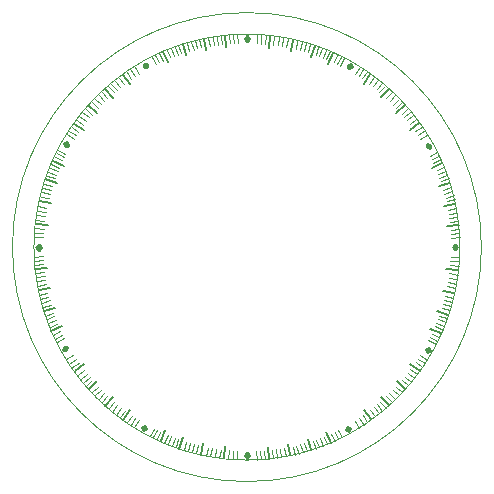
<source format=gbr>
G04 #@! TF.GenerationSoftware,KiCad,Pcbnew,5.1.4-1.fc30*
G04 #@! TF.CreationDate,2020-04-06T19:08:27+02:00*
G04 #@! TF.ProjectId,ring,72696e67-2e6b-4696-9361-645f70636258,v0.5.2*
G04 #@! TF.SameCoordinates,Original*
G04 #@! TF.FileFunction,Legend,Top*
G04 #@! TF.FilePolarity,Positive*
%FSLAX46Y46*%
G04 Gerber Fmt 4.6, Leading zero omitted, Abs format (unit mm)*
G04 Created by KiCad (PCBNEW 5.1.4-1.fc30) date 2020-04-06 19:08:27*
%MOMM*%
%LPD*%
G04 APERTURE LIST*
%ADD10C,0.250000*%
%ADD11C,0.150000*%
%ADD12C,0.100000*%
%ADD13C,0.120000*%
G04 APERTURE END LIST*
D10*
X150018928Y-37160200D02*
X149828452Y-37350676D01*
X149637976Y-37160200D01*
X149828452Y-36969723D01*
X150018928Y-37160200D01*
X149637976Y-37160200D01*
X167485400Y-54566471D02*
X167675876Y-54756947D01*
X167485400Y-54947423D01*
X167294923Y-54756947D01*
X167485400Y-54566471D01*
X167485400Y-54947423D01*
D11*
X181262416Y-47000897D02*
X182071433Y-47588682D01*
X174154600Y-52771729D02*
X174561336Y-53685274D01*
X178823798Y-49788115D02*
X179492928Y-50531260D01*
D12*
X179527239Y-49466250D02*
X180017004Y-49966381D01*
X168889202Y-54406143D02*
X168947776Y-55103688D01*
X179801950Y-49204239D02*
X180302081Y-49694004D01*
X173326518Y-53434294D02*
X173570519Y-54090391D01*
X169574511Y-54293230D02*
X169662244Y-54987710D01*
X173040658Y-53546347D02*
X173270865Y-54207410D01*
X170596262Y-54143942D02*
X170727429Y-54831543D01*
X174896298Y-52761657D02*
X175207543Y-53388656D01*
X176594621Y-51825429D02*
X176969700Y-52416459D01*
X177256674Y-51362869D02*
X177656173Y-51937673D01*
X168254739Y-54430711D02*
X168284052Y-55130097D01*
D11*
X170917144Y-53783904D02*
X171125056Y-54762052D01*
D12*
X171656348Y-53957781D02*
X171830431Y-54635790D01*
X171345288Y-54032400D02*
X171505134Y-54713905D01*
D10*
X176138914Y-52671720D02*
X175878718Y-52602001D01*
X175948438Y-52341806D01*
X176208633Y-52411525D01*
X176138914Y-52671720D01*
X175948438Y-52341806D01*
D12*
X181923441Y-46583559D02*
X182506486Y-46970933D01*
X175195189Y-52599568D02*
X175519496Y-53219911D01*
X178741783Y-50240184D02*
X179199177Y-50770081D01*
X168565616Y-54405658D02*
X168609569Y-55104276D01*
X178193203Y-50663530D02*
X178628006Y-51212115D01*
X173625127Y-53335070D02*
X173882814Y-53985914D01*
D11*
X177387397Y-50901316D02*
X177975182Y-51710333D01*
D12*
X181088130Y-47806703D02*
X181636715Y-48241506D01*
D11*
X169224013Y-54068597D02*
X169328541Y-55063119D01*
D12*
X176944659Y-51600441D02*
X177332033Y-52183486D01*
D11*
X180136515Y-48462698D02*
X180879660Y-49131828D01*
D12*
X172329373Y-53758148D02*
X172531695Y-54428272D01*
X174597469Y-52923871D02*
X174895515Y-53557250D01*
X177906343Y-50900765D02*
X178329562Y-51458336D01*
X181299965Y-47481743D02*
X181857536Y-47904962D01*
X170221789Y-54231667D02*
X170338528Y-54921865D01*
X182110329Y-46309721D02*
X182701359Y-46684800D01*
X181736669Y-46870174D02*
X182311473Y-47269673D01*
X180575884Y-48342583D02*
X181105781Y-48799977D01*
X184715611Y-37966739D02*
X185414997Y-37996052D01*
X184693958Y-38306116D02*
X185392576Y-38350069D01*
X184678343Y-38667802D02*
X185375888Y-38726376D01*
D10*
X182972820Y-45915714D02*
X182712625Y-45985433D01*
X182642906Y-45725238D01*
X182903101Y-45655518D01*
X182972820Y-45915714D01*
X182642906Y-45725238D01*
D12*
X184540930Y-39727540D02*
X185233421Y-39829798D01*
X184501327Y-40107069D02*
X185191525Y-40223808D01*
X184603530Y-39365811D02*
X185298010Y-39453544D01*
X184431382Y-40456142D02*
X185118983Y-40587309D01*
X184128381Y-41612748D02*
X184806390Y-41786831D01*
X184041198Y-41961942D02*
X184715412Y-42150185D01*
X184241100Y-41250888D02*
X184922605Y-41410734D01*
X183954148Y-42285773D02*
X184624272Y-42488095D01*
D11*
X184340797Y-38977213D02*
X185335319Y-39081741D01*
X184056104Y-40822744D02*
X185034252Y-41030656D01*
X183573060Y-42542306D02*
X184524116Y-42851323D01*
X182980429Y-44034800D02*
X183893974Y-44441536D01*
D12*
X180064059Y-48942326D02*
X180574337Y-49421509D01*
D11*
X172598606Y-53351660D02*
X172907623Y-54302716D01*
D12*
X173949186Y-53197876D02*
X174220447Y-53843180D01*
X183617594Y-43244818D02*
X184273691Y-43488819D01*
X183492970Y-43530727D02*
X184143814Y-43788414D01*
X183716947Y-42946258D02*
X184378010Y-43176465D01*
X183381176Y-43854786D02*
X184026480Y-44126047D01*
X182944957Y-44751098D02*
X183571956Y-45062343D01*
X182820968Y-45024589D02*
X183441311Y-45348896D01*
X183107171Y-44477669D02*
X183740550Y-44775715D01*
X180851004Y-48106349D02*
X181390363Y-48552545D01*
X169885440Y-54256030D02*
X169987698Y-54948521D01*
X171980142Y-53845198D02*
X172168385Y-54519412D01*
X178480149Y-50439104D02*
X178926345Y-50978463D01*
X179265326Y-49741059D02*
X179744509Y-50251337D01*
D11*
X157589102Y-50932416D02*
X157001317Y-51741433D01*
X151818270Y-43824600D02*
X150904725Y-44231336D01*
X154801884Y-48493798D02*
X154058739Y-49162928D01*
D12*
X155123749Y-49197239D02*
X154623618Y-49687004D01*
X150183856Y-38559202D02*
X149486311Y-38617776D01*
X155385760Y-49471950D02*
X154895995Y-49972081D01*
X151155705Y-42996518D02*
X150499608Y-43240519D01*
X150296769Y-39244511D02*
X149602289Y-39332244D01*
X151043652Y-42710658D02*
X150382589Y-42940865D01*
X150446057Y-40266262D02*
X149758456Y-40397429D01*
X151828342Y-44566298D02*
X151201343Y-44877543D01*
X152764570Y-46264621D02*
X152173540Y-46639700D01*
X153227130Y-46926674D02*
X152652326Y-47326173D01*
X150159288Y-37924739D02*
X149459902Y-37954052D01*
D11*
X150806095Y-40587144D02*
X149827947Y-40795056D01*
D12*
X150632218Y-41326348D02*
X149954209Y-41500431D01*
X150557599Y-41015288D02*
X149876094Y-41175134D01*
D10*
X151918279Y-45808914D02*
X151987998Y-45548718D01*
X152248193Y-45618438D01*
X152178474Y-45878633D01*
X151918279Y-45808914D01*
X152248193Y-45618438D01*
D12*
X158006440Y-51593441D02*
X157619066Y-52176486D01*
X151990431Y-44865189D02*
X151370088Y-45189496D01*
X154349815Y-48411783D02*
X153819918Y-48869177D01*
X150184341Y-38235616D02*
X149485723Y-38279569D01*
X153926469Y-47863203D02*
X153377884Y-48298006D01*
X151254929Y-43295127D02*
X150604085Y-43552814D01*
D11*
X153688683Y-47057397D02*
X152879666Y-47645182D01*
D12*
X156783296Y-50758130D02*
X156348493Y-51306715D01*
D11*
X150521402Y-38894013D02*
X149526880Y-38998541D01*
D12*
X152989558Y-46614659D02*
X152406513Y-47002033D01*
D11*
X156127301Y-49806515D02*
X155458171Y-50549660D01*
D12*
X150831851Y-41999373D02*
X150161727Y-42201695D01*
X151666128Y-44267469D02*
X151032749Y-44565515D01*
X153689234Y-47576343D02*
X153131663Y-47999562D01*
X157108256Y-50969965D02*
X156685037Y-51527536D01*
X150358332Y-39891789D02*
X149668134Y-40008528D01*
X158280278Y-51780329D02*
X157905199Y-52371359D01*
X157719825Y-51406669D02*
X157320326Y-51981473D01*
X156247416Y-50245884D02*
X155790022Y-50775781D01*
X166623260Y-54385611D02*
X166593947Y-55084997D01*
X166283883Y-54363958D02*
X166239930Y-55062576D01*
X165922197Y-54348343D02*
X165863623Y-55045888D01*
D10*
X158674285Y-52642820D02*
X158604566Y-52382625D01*
X158864761Y-52312906D01*
X158934481Y-52573101D01*
X158674285Y-52642820D01*
X158864761Y-52312906D01*
D12*
X164862459Y-54210930D02*
X164760201Y-54903421D01*
X164482930Y-54171327D02*
X164366191Y-54861525D01*
X165224188Y-54273530D02*
X165136455Y-54968010D01*
X164133857Y-54101382D02*
X164002690Y-54788983D01*
X162977251Y-53798381D02*
X162803168Y-54476390D01*
X162628057Y-53711198D02*
X162439814Y-54385412D01*
X163339111Y-53911100D02*
X163179265Y-54592605D01*
X162304226Y-53624148D02*
X162101904Y-54294272D01*
D11*
X165612786Y-54010797D02*
X165508258Y-55005319D01*
X163767255Y-53726104D02*
X163559343Y-54704252D01*
X162047693Y-53243060D02*
X161738676Y-54194116D01*
X160555199Y-52650429D02*
X160148463Y-53563974D01*
D12*
X155647673Y-49734059D02*
X155168490Y-50244337D01*
D11*
X151238339Y-42268606D02*
X150287283Y-42577623D01*
D12*
X151392123Y-43619186D02*
X150746819Y-43890447D01*
X161345181Y-53287594D02*
X161101180Y-53943691D01*
X161059272Y-53162970D02*
X160801585Y-53813814D01*
X161643741Y-53386947D02*
X161413534Y-54048010D01*
X160735213Y-53051176D02*
X160463952Y-53696480D01*
X159838901Y-52614957D02*
X159527656Y-53241956D01*
X159565410Y-52490968D02*
X159241103Y-53111311D01*
X160112330Y-52777171D02*
X159814284Y-53410550D01*
X156483650Y-50521004D02*
X156037454Y-51060363D01*
X150333969Y-39555440D02*
X149641478Y-39657698D01*
X150744801Y-41650142D02*
X150070587Y-41838385D01*
X154150895Y-48150149D02*
X153611536Y-48596345D01*
X154848940Y-48935326D02*
X154338662Y-49414509D01*
D11*
X153657583Y-27259102D02*
X152848566Y-26671317D01*
X160765399Y-21488270D02*
X160358663Y-20574725D01*
X156096201Y-24471884D02*
X155427071Y-23728739D01*
D12*
X155392760Y-24793749D02*
X154902995Y-24293618D01*
X166030797Y-19853856D02*
X165972223Y-19156311D01*
X155118049Y-25055760D02*
X154617918Y-24565995D01*
X161593481Y-20825705D02*
X161349480Y-20169608D01*
X165345488Y-19966769D02*
X165257755Y-19272289D01*
X161879341Y-20713652D02*
X161649134Y-20052589D01*
X164323737Y-20116057D02*
X164192570Y-19428456D01*
X160023701Y-21498342D02*
X159712456Y-20871343D01*
X158325378Y-22434570D02*
X157950299Y-21843540D01*
X157663325Y-22897130D02*
X157263826Y-22322326D01*
X166665260Y-19829288D02*
X166635947Y-19129902D01*
D11*
X164002855Y-20476095D02*
X163794943Y-19497947D01*
D12*
X163263651Y-20302218D02*
X163089568Y-19624209D01*
X163574711Y-20227599D02*
X163414865Y-19546094D01*
D10*
X158781085Y-21588279D02*
X159041281Y-21657998D01*
X158971561Y-21918193D01*
X158711366Y-21848474D01*
X158781085Y-21588279D01*
X158971561Y-21918193D01*
D12*
X152996558Y-27676440D02*
X152413513Y-27289066D01*
X159724810Y-21660431D02*
X159400503Y-21040088D01*
X156178216Y-24019815D02*
X155720822Y-23489918D01*
X166354383Y-19854341D02*
X166310430Y-19155723D01*
X156726796Y-23596469D02*
X156291993Y-23047884D01*
X161294872Y-20924929D02*
X161037185Y-20274085D01*
D11*
X157532602Y-23358683D02*
X156944817Y-22549666D01*
D12*
X153831869Y-26453296D02*
X153283284Y-26018493D01*
D11*
X165695986Y-20191402D02*
X165591458Y-19196880D01*
D12*
X157975340Y-22659558D02*
X157587966Y-22076513D01*
D11*
X154783484Y-25797301D02*
X154040339Y-25128171D01*
D12*
X162590626Y-20501851D02*
X162388304Y-19831727D01*
X160322530Y-21336128D02*
X160024484Y-20702749D01*
X157013656Y-23359234D02*
X156590437Y-22801663D01*
X153620034Y-26778256D02*
X153062463Y-26355037D01*
X164698210Y-20028332D02*
X164581471Y-19338134D01*
X152809670Y-27950278D02*
X152218640Y-27575199D01*
X153183330Y-27389825D02*
X152608526Y-26990326D01*
X154344115Y-25917416D02*
X153814218Y-25460022D01*
X150204388Y-36293260D02*
X149505002Y-36263947D01*
X150226041Y-35953883D02*
X149527423Y-35909930D01*
X150241656Y-35592197D02*
X149544111Y-35533623D01*
D10*
X151947179Y-28344285D02*
X152207374Y-28274566D01*
X152277093Y-28534761D01*
X152016898Y-28604481D01*
X151947179Y-28344285D01*
X152277093Y-28534761D01*
D12*
X150379069Y-34532459D02*
X149686578Y-34430201D01*
X150418672Y-34152930D02*
X149728474Y-34036191D01*
X150316469Y-34894188D02*
X149621989Y-34806455D01*
X150488617Y-33803857D02*
X149801016Y-33672690D01*
X150791618Y-32647251D02*
X150113609Y-32473168D01*
X150878801Y-32298057D02*
X150204587Y-32109814D01*
X150678899Y-33009111D02*
X149997394Y-32849265D01*
X150965851Y-31974226D02*
X150295727Y-31771904D01*
D11*
X150579202Y-35282786D02*
X149584680Y-35178258D01*
X150863895Y-33437255D02*
X149885747Y-33229343D01*
X151346939Y-31717693D02*
X150395883Y-31408676D01*
X151939570Y-30225199D02*
X151026025Y-29818463D01*
D12*
X154855940Y-25317673D02*
X154345662Y-24838490D01*
D11*
X162321393Y-20908339D02*
X162012376Y-19957283D01*
D12*
X160970813Y-21062123D02*
X160699552Y-20416819D01*
X151302405Y-31015181D02*
X150646308Y-30771180D01*
X151427029Y-30729272D02*
X150776185Y-30471585D01*
X151203052Y-31313741D02*
X150541989Y-31083534D01*
X151538823Y-30405213D02*
X150893519Y-30133952D01*
X151975042Y-29508901D02*
X151348043Y-29197656D01*
X152099031Y-29235410D02*
X151478688Y-28911103D01*
X151812828Y-29782330D02*
X151179449Y-29484284D01*
X154068995Y-26153650D02*
X153529636Y-25707454D01*
X165034559Y-20003969D02*
X164932301Y-19311478D01*
X162939857Y-20414801D02*
X162751614Y-19740587D01*
X156439850Y-23820895D02*
X155993654Y-23281536D01*
X155654673Y-24518940D02*
X155175490Y-24008662D01*
D10*
X185274128Y-37109400D02*
X185083652Y-37299876D01*
X184893176Y-37109400D01*
X185083652Y-36918923D01*
X185274128Y-37109400D01*
X184893176Y-37109400D01*
D11*
X183101729Y-30435399D02*
X184015274Y-30028663D01*
X184113904Y-33672855D02*
X185092052Y-33464943D01*
D12*
X184287781Y-32933651D02*
X184965790Y-32759568D01*
X184175198Y-32609857D02*
X184849412Y-32421614D01*
X184760711Y-36335260D02*
X185460097Y-36305947D01*
X184736143Y-35700797D02*
X185433688Y-35642223D01*
X183091657Y-29693701D02*
X183718656Y-29382456D01*
X184473942Y-33993737D02*
X185161543Y-33862570D01*
X184586030Y-34704559D02*
X185278521Y-34602301D01*
D11*
X184398597Y-35365986D02*
X185393119Y-35261458D01*
D12*
X183665070Y-30964872D02*
X184315914Y-30707185D01*
X184735658Y-36024383D02*
X185434276Y-35980430D01*
D11*
X183681660Y-31991393D02*
X184632716Y-31682376D01*
D12*
X184623230Y-35015488D02*
X185317710Y-34927755D01*
X183527876Y-30640813D02*
X184173180Y-30369552D01*
X182929568Y-29394810D02*
X183549911Y-29070503D01*
X183253871Y-29992530D02*
X183887250Y-29694484D01*
X183876347Y-31549341D02*
X184537410Y-31319134D01*
X184088148Y-32260626D02*
X184758272Y-32058304D01*
X183764294Y-31263481D02*
X184420391Y-31019480D01*
X184561667Y-34368210D02*
X185251865Y-34251471D01*
X184362400Y-33244711D02*
X185043905Y-33084865D01*
D10*
X183001720Y-28451085D02*
X182932001Y-28711281D01*
X182671806Y-28641561D01*
X182741525Y-28381366D01*
X183001720Y-28451085D01*
X182671806Y-28641561D01*
D12*
X182155429Y-27995378D02*
X182746459Y-27620299D01*
X181692869Y-27333325D02*
X182267673Y-26933826D01*
X181930441Y-27645340D02*
X182513486Y-27257966D01*
D11*
X181231316Y-27202602D02*
X182040333Y-26614817D01*
D12*
X180993530Y-26396796D02*
X181542115Y-25961993D01*
X180570184Y-25848216D02*
X181100081Y-25390822D01*
X180769104Y-26109850D02*
X181308463Y-25663654D01*
X181230765Y-26683656D02*
X181788336Y-26260437D01*
D11*
X180118115Y-25766201D02*
X180861260Y-25097071D01*
D12*
X179796250Y-25062760D02*
X180296381Y-24572995D01*
X179272326Y-24525940D02*
X179751509Y-24015662D01*
X179534239Y-24788049D02*
X180024004Y-24287918D01*
X180071059Y-25324673D02*
X180581337Y-24845490D01*
D11*
X178792698Y-24453484D02*
X179461828Y-23710339D01*
D12*
X178436349Y-23738995D02*
X178882545Y-23199636D01*
X177811743Y-23290034D02*
X178234962Y-22732463D01*
X178136703Y-23501869D02*
X178571506Y-22953284D01*
X178672583Y-24014115D02*
X179129977Y-23484218D01*
X176639721Y-22479670D02*
X177014800Y-21888640D01*
X176913559Y-22666558D02*
X177300933Y-22083513D01*
X177200174Y-22853330D02*
X177599673Y-22278526D01*
D11*
X177330897Y-23327583D02*
X177918682Y-22518566D01*
D12*
X174807669Y-21482828D02*
X175105715Y-20849449D01*
X175354589Y-21769031D02*
X175678896Y-21148688D01*
X175081098Y-21645042D02*
X175392343Y-21018043D01*
X174184786Y-21208823D02*
X174456047Y-20563519D01*
X173276258Y-20873052D02*
X173506465Y-20211989D01*
X173860727Y-21097029D02*
X174118414Y-20446185D01*
X173574818Y-20972405D02*
X173818819Y-20316308D01*
X172615773Y-20635851D02*
X172818095Y-19965727D01*
X171580888Y-20348899D02*
X171740734Y-19667394D01*
X172291942Y-20548801D02*
X172480185Y-19874587D01*
X171942748Y-20461618D02*
X172116831Y-19783609D01*
X170786142Y-20158617D02*
X170917309Y-19471016D01*
X169695811Y-19986469D02*
X169783544Y-19291989D01*
X170437069Y-20088672D02*
X170553808Y-19398474D01*
X170057540Y-20049069D02*
X170159798Y-19356578D01*
D10*
X167460000Y-19298571D02*
X167650476Y-19489047D01*
X167460000Y-19679523D01*
X167269523Y-19489047D01*
X167460000Y-19298571D01*
X167460000Y-19679523D01*
X176245714Y-21617179D02*
X176315433Y-21877374D01*
X176055238Y-21947093D01*
X175985518Y-21686898D01*
X176245714Y-21617179D01*
X176055238Y-21947093D01*
D12*
X168997802Y-19911656D02*
X169056376Y-19214111D01*
X168636116Y-19896041D02*
X168680069Y-19197423D01*
X168296739Y-19874388D02*
X168326052Y-19175002D01*
D11*
X174364800Y-21609570D02*
X174771536Y-20696025D01*
X172872306Y-21016939D02*
X173181323Y-20065883D01*
X171152744Y-20533895D02*
X171360656Y-19555747D01*
X169307213Y-20249202D02*
X169411741Y-19254680D01*
D13*
X185494772Y-37130000D02*
G75*
G03X185494772Y-37130000I-18034772J0D01*
G01*
X187310426Y-37130000D02*
G75*
G03X187310426Y-37130000I-19850426J0D01*
G01*
M02*

</source>
